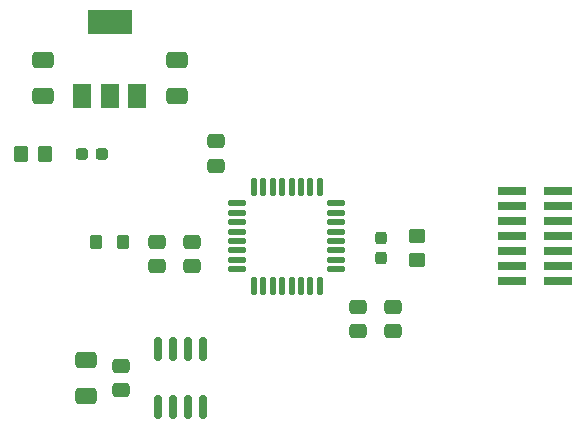
<source format=gbr>
%TF.GenerationSoftware,KiCad,Pcbnew,(6.0.2)*%
%TF.CreationDate,2022-03-18T10:51:15+01:00*%
%TF.ProjectId,stm32l02,73746d33-326c-4303-922e-6b696361645f,rev?*%
%TF.SameCoordinates,Original*%
%TF.FileFunction,Paste,Top*%
%TF.FilePolarity,Positive*%
%FSLAX46Y46*%
G04 Gerber Fmt 4.6, Leading zero omitted, Abs format (unit mm)*
G04 Created by KiCad (PCBNEW (6.0.2)) date 2022-03-18 10:51:15*
%MOMM*%
%LPD*%
G01*
G04 APERTURE LIST*
G04 Aperture macros list*
%AMRoundRect*
0 Rectangle with rounded corners*
0 $1 Rounding radius*
0 $2 $3 $4 $5 $6 $7 $8 $9 X,Y pos of 4 corners*
0 Add a 4 corners polygon primitive as box body*
4,1,4,$2,$3,$4,$5,$6,$7,$8,$9,$2,$3,0*
0 Add four circle primitives for the rounded corners*
1,1,$1+$1,$2,$3*
1,1,$1+$1,$4,$5*
1,1,$1+$1,$6,$7*
1,1,$1+$1,$8,$9*
0 Add four rect primitives between the rounded corners*
20,1,$1+$1,$2,$3,$4,$5,0*
20,1,$1+$1,$4,$5,$6,$7,0*
20,1,$1+$1,$6,$7,$8,$9,0*
20,1,$1+$1,$8,$9,$2,$3,0*%
G04 Aperture macros list end*
%ADD10RoundRect,0.237500X-0.237500X0.287500X-0.237500X-0.287500X0.237500X-0.287500X0.237500X0.287500X0*%
%ADD11RoundRect,0.250000X-0.475000X0.337500X-0.475000X-0.337500X0.475000X-0.337500X0.475000X0.337500X0*%
%ADD12RoundRect,0.250000X0.650000X-0.412500X0.650000X0.412500X-0.650000X0.412500X-0.650000X-0.412500X0*%
%ADD13RoundRect,0.125000X-0.625000X-0.125000X0.625000X-0.125000X0.625000X0.125000X-0.625000X0.125000X0*%
%ADD14RoundRect,0.125000X-0.125000X-0.625000X0.125000X-0.625000X0.125000X0.625000X-0.125000X0.625000X0*%
%ADD15RoundRect,0.250000X0.475000X-0.337500X0.475000X0.337500X-0.475000X0.337500X-0.475000X-0.337500X0*%
%ADD16R,2.400000X0.740000*%
%ADD17RoundRect,0.250000X-0.275000X-0.350000X0.275000X-0.350000X0.275000X0.350000X-0.275000X0.350000X0*%
%ADD18RoundRect,0.250000X-0.450000X0.350000X-0.450000X-0.350000X0.450000X-0.350000X0.450000X0.350000X0*%
%ADD19RoundRect,0.237500X-0.287500X-0.237500X0.287500X-0.237500X0.287500X0.237500X-0.287500X0.237500X0*%
%ADD20RoundRect,0.150000X0.150000X-0.825000X0.150000X0.825000X-0.150000X0.825000X-0.150000X-0.825000X0*%
%ADD21RoundRect,0.250000X-0.650000X0.412500X-0.650000X-0.412500X0.650000X-0.412500X0.650000X0.412500X0*%
%ADD22RoundRect,0.250000X0.350000X0.450000X-0.350000X0.450000X-0.350000X-0.450000X0.350000X-0.450000X0*%
%ADD23R,1.500000X2.000000*%
%ADD24R,3.800000X2.000000*%
G04 APERTURE END LIST*
D10*
%TO.C,D1*%
X73000000Y-50125000D03*
X73000000Y-51875000D03*
%TD*%
D11*
%TO.C,C7*%
X57000000Y-50462500D03*
X57000000Y-52537500D03*
%TD*%
D12*
%TO.C,C4*%
X55700000Y-38162500D03*
X55700000Y-35037500D03*
%TD*%
D13*
%TO.C,U1*%
X60825000Y-47200000D03*
X60825000Y-48000000D03*
X60825000Y-48800000D03*
X60825000Y-49600000D03*
X60825000Y-50400000D03*
X60825000Y-51200000D03*
X60825000Y-52000000D03*
X60825000Y-52800000D03*
D14*
X62200000Y-54175000D03*
X63000000Y-54175000D03*
X63800000Y-54175000D03*
X64600000Y-54175000D03*
X65400000Y-54175000D03*
X66200000Y-54175000D03*
X67000000Y-54175000D03*
X67800000Y-54175000D03*
D13*
X69175000Y-52800000D03*
X69175000Y-52000000D03*
X69175000Y-51200000D03*
X69175000Y-50400000D03*
X69175000Y-49600000D03*
X69175000Y-48800000D03*
X69175000Y-48000000D03*
X69175000Y-47200000D03*
D14*
X67800000Y-45825000D03*
X67000000Y-45825000D03*
X66200000Y-45825000D03*
X65400000Y-45825000D03*
X64600000Y-45825000D03*
X63800000Y-45825000D03*
X63000000Y-45825000D03*
X62200000Y-45825000D03*
%TD*%
D15*
%TO.C,C9*%
X51000000Y-63037500D03*
X51000000Y-60962500D03*
%TD*%
D16*
%TO.C,J1*%
X84050000Y-46190000D03*
X87950000Y-46190000D03*
X84050000Y-47460000D03*
X87950000Y-47460000D03*
X84050000Y-48730000D03*
X87950000Y-48730000D03*
X84050000Y-50000000D03*
X87950000Y-50000000D03*
X84050000Y-51270000D03*
X87950000Y-51270000D03*
X84050000Y-52540000D03*
X87950000Y-52540000D03*
X84050000Y-53810000D03*
X87950000Y-53810000D03*
%TD*%
D17*
%TO.C,L1*%
X48850000Y-50500000D03*
X51150000Y-50500000D03*
%TD*%
D18*
%TO.C,R1*%
X76000000Y-50000000D03*
X76000000Y-52000000D03*
%TD*%
D19*
%TO.C,D2*%
X47625000Y-43000000D03*
X49375000Y-43000000D03*
%TD*%
D15*
%TO.C,C2*%
X59000000Y-44037500D03*
X59000000Y-41962500D03*
%TD*%
D11*
%TO.C,C5*%
X54000000Y-50462500D03*
X54000000Y-52537500D03*
%TD*%
D20*
%TO.C,U3*%
X54095000Y-64475000D03*
X55365000Y-64475000D03*
X56635000Y-64475000D03*
X57905000Y-64475000D03*
X57905000Y-59525000D03*
X56635000Y-59525000D03*
X55365000Y-59525000D03*
X54095000Y-59525000D03*
%TD*%
D11*
%TO.C,C1*%
X74000000Y-55962500D03*
X74000000Y-58037500D03*
%TD*%
D12*
%TO.C,C8*%
X48000000Y-63562500D03*
X48000000Y-60437500D03*
%TD*%
D21*
%TO.C,C6*%
X44400000Y-35037500D03*
X44400000Y-38162500D03*
%TD*%
D11*
%TO.C,C3*%
X71000000Y-55962500D03*
X71000000Y-58037500D03*
%TD*%
D22*
%TO.C,R2*%
X44500000Y-43000000D03*
X42500000Y-43000000D03*
%TD*%
D23*
%TO.C,U2*%
X47700000Y-38150000D03*
X50000000Y-38150000D03*
D24*
X50000000Y-31850000D03*
D23*
X52300000Y-38150000D03*
%TD*%
M02*

</source>
